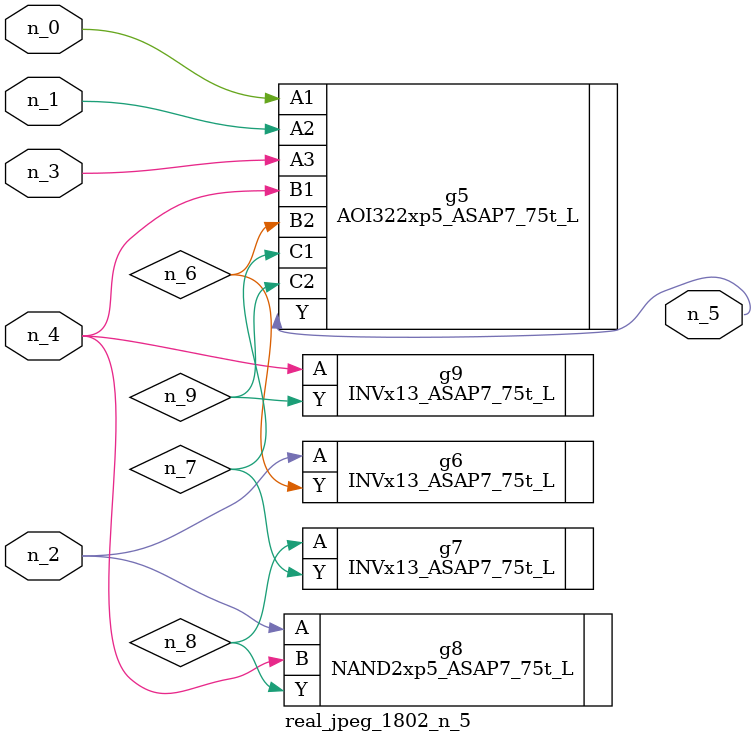
<source format=v>
module real_jpeg_1802_n_5 (n_4, n_0, n_1, n_2, n_3, n_5);

input n_4;
input n_0;
input n_1;
input n_2;
input n_3;

output n_5;

wire n_8;
wire n_6;
wire n_7;
wire n_9;

AOI322xp5_ASAP7_75t_L g5 ( 
.A1(n_0),
.A2(n_1),
.A3(n_3),
.B1(n_4),
.B2(n_6),
.C1(n_7),
.C2(n_9),
.Y(n_5)
);

INVx13_ASAP7_75t_L g6 ( 
.A(n_2),
.Y(n_6)
);

NAND2xp5_ASAP7_75t_L g8 ( 
.A(n_2),
.B(n_4),
.Y(n_8)
);

INVx13_ASAP7_75t_L g9 ( 
.A(n_4),
.Y(n_9)
);

INVx13_ASAP7_75t_L g7 ( 
.A(n_8),
.Y(n_7)
);


endmodule
</source>
